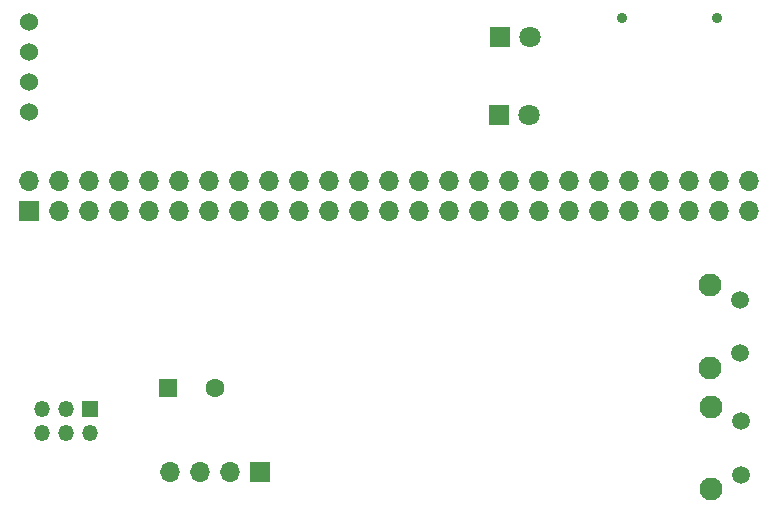
<source format=gbr>
G04 #@! TF.GenerationSoftware,KiCad,Pcbnew,8.0.7*
G04 #@! TF.CreationDate,2025-01-10T00:35:48-06:00*
G04 #@! TF.ProjectId,OpenFlops,4f70656e-466c-46f7-9073-2e6b69636164,1.0*
G04 #@! TF.SameCoordinates,PX72b28c8PY7654b98*
G04 #@! TF.FileFunction,Soldermask,Bot*
G04 #@! TF.FilePolarity,Negative*
%FSLAX46Y46*%
G04 Gerber Fmt 4.6, Leading zero omitted, Abs format (unit mm)*
G04 Created by KiCad (PCBNEW 8.0.7) date 2025-01-10 00:35:48*
%MOMM*%
%LPD*%
G01*
G04 APERTURE LIST*
%ADD10R,1.700000X1.700000*%
%ADD11O,1.700000X1.700000*%
%ADD12R,1.600000X1.600000*%
%ADD13C,1.600000*%
%ADD14C,1.950000*%
%ADD15C,1.508000*%
%ADD16R,1.800000X1.800000*%
%ADD17C,1.800000*%
%ADD18C,1.524000*%
%ADD19C,0.900000*%
%ADD20R,1.350000X1.350000*%
%ADD21O,1.350000X1.350000*%
G04 APERTURE END LIST*
D10*
X21463000Y3937000D03*
D11*
X18923000Y3937000D03*
X16383000Y3937000D03*
X13843000Y3937000D03*
D12*
X13716000Y11049000D03*
D13*
X17716000Y11049000D03*
D14*
X59603000Y12756000D03*
X59603000Y19756000D03*
D15*
X62103000Y13981000D03*
X62103000Y18531000D03*
D16*
X41783000Y40767000D03*
D17*
X44323000Y40767000D03*
D14*
X59698000Y2469000D03*
X59698000Y9469000D03*
D15*
X62198000Y3694000D03*
X62198000Y8244000D03*
D18*
X1955000Y34417000D03*
X1955000Y36957000D03*
X1955000Y39497000D03*
X1955000Y42037000D03*
D19*
X60175000Y42409000D03*
X52175000Y42409000D03*
D16*
X41778000Y34163000D03*
D17*
X44318000Y34163000D03*
D20*
X7080000Y9239000D03*
D21*
X7080000Y7239000D03*
X5080000Y9239000D03*
X5080000Y7239000D03*
X3080000Y9239000D03*
X3080000Y7239000D03*
D10*
X1905000Y26035000D03*
D11*
X1905000Y28575000D03*
X4445000Y26035000D03*
X4445000Y28575000D03*
X6985000Y26035000D03*
X6985000Y28575000D03*
X9525000Y26035000D03*
X9525000Y28575000D03*
X12065000Y26035000D03*
X12065000Y28575000D03*
X14605000Y26035000D03*
X14605000Y28575000D03*
X17145000Y26035000D03*
X17145000Y28575000D03*
X19685000Y26035000D03*
X19685000Y28575000D03*
X22225000Y26035000D03*
X22225000Y28575000D03*
X24765000Y26035000D03*
X24765000Y28575000D03*
X27305000Y26035000D03*
X27305000Y28575000D03*
X29845000Y26035000D03*
X29845000Y28575000D03*
X32385000Y26035000D03*
X32385000Y28575000D03*
X34925000Y26035000D03*
X34925000Y28575000D03*
X37465000Y26035000D03*
X37465000Y28575000D03*
X40005000Y26035000D03*
X40005000Y28575000D03*
X42545000Y26035000D03*
X42545000Y28575000D03*
X45085000Y26035000D03*
X45085000Y28575000D03*
X47625000Y26035000D03*
X47625000Y28575000D03*
X50165000Y26035000D03*
X50165000Y28575000D03*
X52705000Y26035000D03*
X52705000Y28575000D03*
X55245000Y26035000D03*
X55245000Y28575000D03*
X57785000Y26035000D03*
X57785000Y28575000D03*
X60325000Y26035000D03*
X60325000Y28575000D03*
X62865000Y26035000D03*
X62865000Y28575000D03*
M02*

</source>
